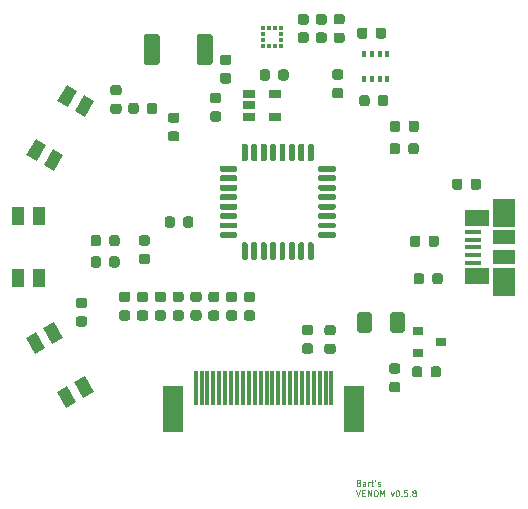
<source format=gbr>
G04 #@! TF.GenerationSoftware,KiCad,Pcbnew,5.1.8-1.fc33*
G04 #@! TF.CreationDate,2020-12-20T15:22:41+01:00*
G04 #@! TF.ProjectId,venom,76656e6f-6d2e-46b6-9963-61645f706362,rev?*
G04 #@! TF.SameCoordinates,Original*
G04 #@! TF.FileFunction,Paste,Top*
G04 #@! TF.FilePolarity,Positive*
%FSLAX46Y46*%
G04 Gerber Fmt 4.6, Leading zero omitted, Abs format (unit mm)*
G04 Created by KiCad (PCBNEW 5.1.8-1.fc33) date 2020-12-20 15:22:41*
%MOMM*%
%LPD*%
G01*
G04 APERTURE LIST*
%ADD10C,0.125000*%
%ADD11R,0.350000X0.500000*%
%ADD12R,1.800000X4.000000*%
%ADD13R,0.300000X3.000000*%
%ADD14C,0.100000*%
%ADD15R,0.900000X0.800000*%
%ADD16R,1.000000X1.550000*%
%ADD17R,1.060000X0.650000*%
%ADD18R,1.380000X0.450000*%
%ADD19R,2.100000X1.475000*%
%ADD20R,1.900000X2.375000*%
%ADD21R,1.900000X1.175000*%
%ADD22R,0.375000X0.350000*%
%ADD23R,0.350000X0.375000*%
G04 APERTURE END LIST*
D10*
X167580476Y-138716785D02*
X167651904Y-138740595D01*
X167675714Y-138764404D01*
X167699523Y-138812023D01*
X167699523Y-138883452D01*
X167675714Y-138931071D01*
X167651904Y-138954880D01*
X167604285Y-138978690D01*
X167413809Y-138978690D01*
X167413809Y-138478690D01*
X167580476Y-138478690D01*
X167628095Y-138502500D01*
X167651904Y-138526309D01*
X167675714Y-138573928D01*
X167675714Y-138621547D01*
X167651904Y-138669166D01*
X167628095Y-138692976D01*
X167580476Y-138716785D01*
X167413809Y-138716785D01*
X168128095Y-138978690D02*
X168128095Y-138716785D01*
X168104285Y-138669166D01*
X168056666Y-138645357D01*
X167961428Y-138645357D01*
X167913809Y-138669166D01*
X168128095Y-138954880D02*
X168080476Y-138978690D01*
X167961428Y-138978690D01*
X167913809Y-138954880D01*
X167890000Y-138907261D01*
X167890000Y-138859642D01*
X167913809Y-138812023D01*
X167961428Y-138788214D01*
X168080476Y-138788214D01*
X168128095Y-138764404D01*
X168366190Y-138978690D02*
X168366190Y-138645357D01*
X168366190Y-138740595D02*
X168390000Y-138692976D01*
X168413809Y-138669166D01*
X168461428Y-138645357D01*
X168509047Y-138645357D01*
X168604285Y-138645357D02*
X168794761Y-138645357D01*
X168675714Y-138478690D02*
X168675714Y-138907261D01*
X168699523Y-138954880D01*
X168747142Y-138978690D01*
X168794761Y-138978690D01*
X168985238Y-138478690D02*
X168937619Y-138573928D01*
X169175714Y-138954880D02*
X169223333Y-138978690D01*
X169318571Y-138978690D01*
X169366190Y-138954880D01*
X169390000Y-138907261D01*
X169390000Y-138883452D01*
X169366190Y-138835833D01*
X169318571Y-138812023D01*
X169247142Y-138812023D01*
X169199523Y-138788214D01*
X169175714Y-138740595D01*
X169175714Y-138716785D01*
X169199523Y-138669166D01*
X169247142Y-138645357D01*
X169318571Y-138645357D01*
X169366190Y-138669166D01*
X167378095Y-139353690D02*
X167544761Y-139853690D01*
X167711428Y-139353690D01*
X167878095Y-139591785D02*
X168044761Y-139591785D01*
X168116190Y-139853690D02*
X167878095Y-139853690D01*
X167878095Y-139353690D01*
X168116190Y-139353690D01*
X168330476Y-139853690D02*
X168330476Y-139353690D01*
X168616190Y-139853690D01*
X168616190Y-139353690D01*
X168949523Y-139353690D02*
X169044761Y-139353690D01*
X169092380Y-139377500D01*
X169140000Y-139425119D01*
X169163809Y-139520357D01*
X169163809Y-139687023D01*
X169140000Y-139782261D01*
X169092380Y-139829880D01*
X169044761Y-139853690D01*
X168949523Y-139853690D01*
X168901904Y-139829880D01*
X168854285Y-139782261D01*
X168830476Y-139687023D01*
X168830476Y-139520357D01*
X168854285Y-139425119D01*
X168901904Y-139377500D01*
X168949523Y-139353690D01*
X169378095Y-139853690D02*
X169378095Y-139353690D01*
X169544761Y-139710833D01*
X169711428Y-139353690D01*
X169711428Y-139853690D01*
X170282857Y-139520357D02*
X170401904Y-139853690D01*
X170520952Y-139520357D01*
X170806666Y-139353690D02*
X170854285Y-139353690D01*
X170901904Y-139377500D01*
X170925714Y-139401309D01*
X170949523Y-139448928D01*
X170973333Y-139544166D01*
X170973333Y-139663214D01*
X170949523Y-139758452D01*
X170925714Y-139806071D01*
X170901904Y-139829880D01*
X170854285Y-139853690D01*
X170806666Y-139853690D01*
X170759047Y-139829880D01*
X170735238Y-139806071D01*
X170711428Y-139758452D01*
X170687619Y-139663214D01*
X170687619Y-139544166D01*
X170711428Y-139448928D01*
X170735238Y-139401309D01*
X170759047Y-139377500D01*
X170806666Y-139353690D01*
X171187619Y-139806071D02*
X171211428Y-139829880D01*
X171187619Y-139853690D01*
X171163809Y-139829880D01*
X171187619Y-139806071D01*
X171187619Y-139853690D01*
X171663809Y-139353690D02*
X171425714Y-139353690D01*
X171401904Y-139591785D01*
X171425714Y-139567976D01*
X171473333Y-139544166D01*
X171592380Y-139544166D01*
X171640000Y-139567976D01*
X171663809Y-139591785D01*
X171687619Y-139639404D01*
X171687619Y-139758452D01*
X171663809Y-139806071D01*
X171640000Y-139829880D01*
X171592380Y-139853690D01*
X171473333Y-139853690D01*
X171425714Y-139829880D01*
X171401904Y-139806071D01*
X171901904Y-139806071D02*
X171925714Y-139829880D01*
X171901904Y-139853690D01*
X171878095Y-139829880D01*
X171901904Y-139806071D01*
X171901904Y-139853690D01*
X172211428Y-139567976D02*
X172163809Y-139544166D01*
X172140000Y-139520357D01*
X172116190Y-139472738D01*
X172116190Y-139448928D01*
X172140000Y-139401309D01*
X172163809Y-139377500D01*
X172211428Y-139353690D01*
X172306666Y-139353690D01*
X172354285Y-139377500D01*
X172378095Y-139401309D01*
X172401904Y-139448928D01*
X172401904Y-139472738D01*
X172378095Y-139520357D01*
X172354285Y-139544166D01*
X172306666Y-139567976D01*
X172211428Y-139567976D01*
X172163809Y-139591785D01*
X172140000Y-139615595D01*
X172116190Y-139663214D01*
X172116190Y-139758452D01*
X172140000Y-139806071D01*
X172163809Y-139829880D01*
X172211428Y-139853690D01*
X172306666Y-139853690D01*
X172354285Y-139829880D01*
X172378095Y-139806071D01*
X172401904Y-139758452D01*
X172401904Y-139663214D01*
X172378095Y-139615595D01*
X172354285Y-139591785D01*
X172306666Y-139567976D01*
D11*
X168045000Y-104505000D03*
X168695000Y-104505000D03*
X169345000Y-104505000D03*
X169995000Y-104505000D03*
X169995000Y-102455000D03*
X169345000Y-102455000D03*
X168695000Y-102455000D03*
X168045000Y-102455000D03*
D12*
X167160000Y-132510000D03*
X151860000Y-132510000D03*
D13*
X153760000Y-130710000D03*
X154260000Y-130710000D03*
X154760000Y-130710000D03*
X155260000Y-130710000D03*
X155760000Y-130710000D03*
X156260000Y-130710000D03*
X156760000Y-130710000D03*
X157260000Y-130710000D03*
X157760000Y-130710000D03*
X158260000Y-130710000D03*
X158760000Y-130710000D03*
X159260000Y-130710000D03*
X159760000Y-130710000D03*
X160260000Y-130710000D03*
X160760000Y-130710000D03*
X161260000Y-130710000D03*
X161760000Y-130710000D03*
X162260000Y-130710000D03*
X162760000Y-130710000D03*
X163260000Y-130710000D03*
X163760000Y-130710000D03*
X164260000Y-130710000D03*
X164760000Y-130710000D03*
X165260000Y-130710000D03*
D14*
G36*
X140863109Y-125640513D02*
G01*
X141729135Y-125140513D01*
X142504135Y-126482853D01*
X141638109Y-126982853D01*
X140863109Y-125640513D01*
G37*
G36*
X143488109Y-130187147D02*
G01*
X144354135Y-129687147D01*
X145129135Y-131029487D01*
X144263109Y-131529487D01*
X143488109Y-130187147D01*
G37*
G36*
X142015865Y-131037147D02*
G01*
X142881891Y-130537147D01*
X143656891Y-131879487D01*
X142790865Y-132379487D01*
X142015865Y-131037147D01*
G37*
G36*
X139390865Y-126490513D02*
G01*
X140256891Y-125990513D01*
X141031891Y-127332853D01*
X140165865Y-127832853D01*
X139390865Y-126490513D01*
G37*
G36*
G01*
X155215000Y-100964999D02*
X155215000Y-103115001D01*
G75*
G02*
X154965001Y-103365000I-249999J0D01*
G01*
X154114999Y-103365000D01*
G75*
G02*
X153865000Y-103115001I0J249999D01*
G01*
X153865000Y-100964999D01*
G75*
G02*
X154114999Y-100715000I249999J0D01*
G01*
X154965001Y-100715000D01*
G75*
G02*
X155215000Y-100964999I0J-249999D01*
G01*
G37*
G36*
G01*
X150715000Y-100964999D02*
X150715000Y-103115001D01*
G75*
G02*
X150465001Y-103365000I-249999J0D01*
G01*
X149614999Y-103365000D01*
G75*
G02*
X149365000Y-103115001I0J249999D01*
G01*
X149365000Y-100964999D01*
G75*
G02*
X149614999Y-100715000I249999J0D01*
G01*
X150465001Y-100715000D01*
G75*
G02*
X150715000Y-100964999I0J-249999D01*
G01*
G37*
G36*
G01*
X168306000Y-100403750D02*
X168306000Y-100916250D01*
G75*
G02*
X168087250Y-101135000I-218750J0D01*
G01*
X167649750Y-101135000D01*
G75*
G02*
X167431000Y-100916250I0J218750D01*
G01*
X167431000Y-100403750D01*
G75*
G02*
X167649750Y-100185000I218750J0D01*
G01*
X168087250Y-100185000D01*
G75*
G02*
X168306000Y-100403750I0J-218750D01*
G01*
G37*
G36*
G01*
X169881000Y-100403750D02*
X169881000Y-100916250D01*
G75*
G02*
X169662250Y-101135000I-218750J0D01*
G01*
X169224750Y-101135000D01*
G75*
G02*
X169006000Y-100916250I0J218750D01*
G01*
X169006000Y-100403750D01*
G75*
G02*
X169224750Y-100185000I218750J0D01*
G01*
X169662250Y-100185000D01*
G75*
G02*
X169881000Y-100403750I0J-218750D01*
G01*
G37*
G36*
G01*
X166166250Y-101485000D02*
X165653750Y-101485000D01*
G75*
G02*
X165435000Y-101266250I0J218750D01*
G01*
X165435000Y-100828750D01*
G75*
G02*
X165653750Y-100610000I218750J0D01*
G01*
X166166250Y-100610000D01*
G75*
G02*
X166385000Y-100828750I0J-218750D01*
G01*
X166385000Y-101266250D01*
G75*
G02*
X166166250Y-101485000I-218750J0D01*
G01*
G37*
G36*
G01*
X166166250Y-99910000D02*
X165653750Y-99910000D01*
G75*
G02*
X165435000Y-99691250I0J218750D01*
G01*
X165435000Y-99253750D01*
G75*
G02*
X165653750Y-99035000I218750J0D01*
G01*
X166166250Y-99035000D01*
G75*
G02*
X166385000Y-99253750I0J-218750D01*
G01*
X166385000Y-99691250D01*
G75*
G02*
X166166250Y-99910000I-218750J0D01*
G01*
G37*
G36*
G01*
X170195000Y-110696250D02*
X170195000Y-110183750D01*
G75*
G02*
X170413750Y-109965000I218750J0D01*
G01*
X170851250Y-109965000D01*
G75*
G02*
X171070000Y-110183750I0J-218750D01*
G01*
X171070000Y-110696250D01*
G75*
G02*
X170851250Y-110915000I-218750J0D01*
G01*
X170413750Y-110915000D01*
G75*
G02*
X170195000Y-110696250I0J218750D01*
G01*
G37*
G36*
G01*
X171770000Y-110696250D02*
X171770000Y-110183750D01*
G75*
G02*
X171988750Y-109965000I218750J0D01*
G01*
X172426250Y-109965000D01*
G75*
G02*
X172645000Y-110183750I0J-218750D01*
G01*
X172645000Y-110696250D01*
G75*
G02*
X172426250Y-110915000I-218750J0D01*
G01*
X171988750Y-110915000D01*
G75*
G02*
X171770000Y-110696250I0J218750D01*
G01*
G37*
G36*
G01*
X171790000Y-108806250D02*
X171790000Y-108293750D01*
G75*
G02*
X172008750Y-108075000I218750J0D01*
G01*
X172446250Y-108075000D01*
G75*
G02*
X172665000Y-108293750I0J-218750D01*
G01*
X172665000Y-108806250D01*
G75*
G02*
X172446250Y-109025000I-218750J0D01*
G01*
X172008750Y-109025000D01*
G75*
G02*
X171790000Y-108806250I0J218750D01*
G01*
G37*
G36*
G01*
X170215000Y-108806250D02*
X170215000Y-108293750D01*
G75*
G02*
X170433750Y-108075000I218750J0D01*
G01*
X170871250Y-108075000D01*
G75*
G02*
X171090000Y-108293750I0J-218750D01*
G01*
X171090000Y-108806250D01*
G75*
G02*
X170871250Y-109025000I-218750J0D01*
G01*
X170433750Y-109025000D01*
G75*
G02*
X170215000Y-108806250I0J218750D01*
G01*
G37*
G36*
G01*
X173480000Y-118536250D02*
X173480000Y-118023750D01*
G75*
G02*
X173698750Y-117805000I218750J0D01*
G01*
X174136250Y-117805000D01*
G75*
G02*
X174355000Y-118023750I0J-218750D01*
G01*
X174355000Y-118536250D01*
G75*
G02*
X174136250Y-118755000I-218750J0D01*
G01*
X173698750Y-118755000D01*
G75*
G02*
X173480000Y-118536250I0J218750D01*
G01*
G37*
G36*
G01*
X171905000Y-118536250D02*
X171905000Y-118023750D01*
G75*
G02*
X172123750Y-117805000I218750J0D01*
G01*
X172561250Y-117805000D01*
G75*
G02*
X172780000Y-118023750I0J-218750D01*
G01*
X172780000Y-118536250D01*
G75*
G02*
X172561250Y-118755000I-218750J0D01*
G01*
X172123750Y-118755000D01*
G75*
G02*
X171905000Y-118536250I0J218750D01*
G01*
G37*
G36*
G01*
X165396250Y-127825000D02*
X164883750Y-127825000D01*
G75*
G02*
X164665000Y-127606250I0J218750D01*
G01*
X164665000Y-127168750D01*
G75*
G02*
X164883750Y-126950000I218750J0D01*
G01*
X165396250Y-126950000D01*
G75*
G02*
X165615000Y-127168750I0J-218750D01*
G01*
X165615000Y-127606250D01*
G75*
G02*
X165396250Y-127825000I-218750J0D01*
G01*
G37*
G36*
G01*
X165396250Y-126250000D02*
X164883750Y-126250000D01*
G75*
G02*
X164665000Y-126031250I0J218750D01*
G01*
X164665000Y-125593750D01*
G75*
G02*
X164883750Y-125375000I218750J0D01*
G01*
X165396250Y-125375000D01*
G75*
G02*
X165615000Y-125593750I0J-218750D01*
G01*
X165615000Y-126031250D01*
G75*
G02*
X165396250Y-126250000I-218750J0D01*
G01*
G37*
G36*
G01*
X163486250Y-127805000D02*
X162973750Y-127805000D01*
G75*
G02*
X162755000Y-127586250I0J218750D01*
G01*
X162755000Y-127148750D01*
G75*
G02*
X162973750Y-126930000I218750J0D01*
G01*
X163486250Y-126930000D01*
G75*
G02*
X163705000Y-127148750I0J-218750D01*
G01*
X163705000Y-127586250D01*
G75*
G02*
X163486250Y-127805000I-218750J0D01*
G01*
G37*
G36*
G01*
X163486250Y-126230000D02*
X162973750Y-126230000D01*
G75*
G02*
X162755000Y-126011250I0J218750D01*
G01*
X162755000Y-125573750D01*
G75*
G02*
X162973750Y-125355000I218750J0D01*
G01*
X163486250Y-125355000D01*
G75*
G02*
X163705000Y-125573750I0J-218750D01*
G01*
X163705000Y-126011250D01*
G75*
G02*
X163486250Y-126230000I-218750J0D01*
G01*
G37*
G36*
G01*
X158576250Y-123430000D02*
X158063750Y-123430000D01*
G75*
G02*
X157845000Y-123211250I0J218750D01*
G01*
X157845000Y-122773750D01*
G75*
G02*
X158063750Y-122555000I218750J0D01*
G01*
X158576250Y-122555000D01*
G75*
G02*
X158795000Y-122773750I0J-218750D01*
G01*
X158795000Y-123211250D01*
G75*
G02*
X158576250Y-123430000I-218750J0D01*
G01*
G37*
G36*
G01*
X158576250Y-125005000D02*
X158063750Y-125005000D01*
G75*
G02*
X157845000Y-124786250I0J218750D01*
G01*
X157845000Y-124348750D01*
G75*
G02*
X158063750Y-124130000I218750J0D01*
G01*
X158576250Y-124130000D01*
G75*
G02*
X158795000Y-124348750I0J-218750D01*
G01*
X158795000Y-124786250D01*
G75*
G02*
X158576250Y-125005000I-218750J0D01*
G01*
G37*
G36*
G01*
X157066250Y-123430000D02*
X156553750Y-123430000D01*
G75*
G02*
X156335000Y-123211250I0J218750D01*
G01*
X156335000Y-122773750D01*
G75*
G02*
X156553750Y-122555000I218750J0D01*
G01*
X157066250Y-122555000D01*
G75*
G02*
X157285000Y-122773750I0J-218750D01*
G01*
X157285000Y-123211250D01*
G75*
G02*
X157066250Y-123430000I-218750J0D01*
G01*
G37*
G36*
G01*
X157066250Y-125005000D02*
X156553750Y-125005000D01*
G75*
G02*
X156335000Y-124786250I0J218750D01*
G01*
X156335000Y-124348750D01*
G75*
G02*
X156553750Y-124130000I218750J0D01*
G01*
X157066250Y-124130000D01*
G75*
G02*
X157285000Y-124348750I0J-218750D01*
G01*
X157285000Y-124786250D01*
G75*
G02*
X157066250Y-125005000I-218750J0D01*
G01*
G37*
G36*
G01*
X155556250Y-125005000D02*
X155043750Y-125005000D01*
G75*
G02*
X154825000Y-124786250I0J218750D01*
G01*
X154825000Y-124348750D01*
G75*
G02*
X155043750Y-124130000I218750J0D01*
G01*
X155556250Y-124130000D01*
G75*
G02*
X155775000Y-124348750I0J-218750D01*
G01*
X155775000Y-124786250D01*
G75*
G02*
X155556250Y-125005000I-218750J0D01*
G01*
G37*
G36*
G01*
X155556250Y-123430000D02*
X155043750Y-123430000D01*
G75*
G02*
X154825000Y-123211250I0J218750D01*
G01*
X154825000Y-122773750D01*
G75*
G02*
X155043750Y-122555000I218750J0D01*
G01*
X155556250Y-122555000D01*
G75*
G02*
X155775000Y-122773750I0J-218750D01*
G01*
X155775000Y-123211250D01*
G75*
G02*
X155556250Y-123430000I-218750J0D01*
G01*
G37*
G36*
G01*
X154046250Y-124995000D02*
X153533750Y-124995000D01*
G75*
G02*
X153315000Y-124776250I0J218750D01*
G01*
X153315000Y-124338750D01*
G75*
G02*
X153533750Y-124120000I218750J0D01*
G01*
X154046250Y-124120000D01*
G75*
G02*
X154265000Y-124338750I0J-218750D01*
G01*
X154265000Y-124776250D01*
G75*
G02*
X154046250Y-124995000I-218750J0D01*
G01*
G37*
G36*
G01*
X154046250Y-123420000D02*
X153533750Y-123420000D01*
G75*
G02*
X153315000Y-123201250I0J218750D01*
G01*
X153315000Y-122763750D01*
G75*
G02*
X153533750Y-122545000I218750J0D01*
G01*
X154046250Y-122545000D01*
G75*
G02*
X154265000Y-122763750I0J-218750D01*
G01*
X154265000Y-123201250D01*
G75*
G02*
X154046250Y-123420000I-218750J0D01*
G01*
G37*
G36*
G01*
X152536250Y-123420000D02*
X152023750Y-123420000D01*
G75*
G02*
X151805000Y-123201250I0J218750D01*
G01*
X151805000Y-122763750D01*
G75*
G02*
X152023750Y-122545000I218750J0D01*
G01*
X152536250Y-122545000D01*
G75*
G02*
X152755000Y-122763750I0J-218750D01*
G01*
X152755000Y-123201250D01*
G75*
G02*
X152536250Y-123420000I-218750J0D01*
G01*
G37*
G36*
G01*
X152536250Y-124995000D02*
X152023750Y-124995000D01*
G75*
G02*
X151805000Y-124776250I0J218750D01*
G01*
X151805000Y-124338750D01*
G75*
G02*
X152023750Y-124120000I218750J0D01*
G01*
X152536250Y-124120000D01*
G75*
G02*
X152755000Y-124338750I0J-218750D01*
G01*
X152755000Y-124776250D01*
G75*
G02*
X152536250Y-124995000I-218750J0D01*
G01*
G37*
G36*
G01*
X151026250Y-124995000D02*
X150513750Y-124995000D01*
G75*
G02*
X150295000Y-124776250I0J218750D01*
G01*
X150295000Y-124338750D01*
G75*
G02*
X150513750Y-124120000I218750J0D01*
G01*
X151026250Y-124120000D01*
G75*
G02*
X151245000Y-124338750I0J-218750D01*
G01*
X151245000Y-124776250D01*
G75*
G02*
X151026250Y-124995000I-218750J0D01*
G01*
G37*
G36*
G01*
X151026250Y-123420000D02*
X150513750Y-123420000D01*
G75*
G02*
X150295000Y-123201250I0J218750D01*
G01*
X150295000Y-122763750D01*
G75*
G02*
X150513750Y-122545000I218750J0D01*
G01*
X151026250Y-122545000D01*
G75*
G02*
X151245000Y-122763750I0J-218750D01*
G01*
X151245000Y-123201250D01*
G75*
G02*
X151026250Y-123420000I-218750J0D01*
G01*
G37*
G36*
G01*
X149516250Y-123420000D02*
X149003750Y-123420000D01*
G75*
G02*
X148785000Y-123201250I0J218750D01*
G01*
X148785000Y-122763750D01*
G75*
G02*
X149003750Y-122545000I218750J0D01*
G01*
X149516250Y-122545000D01*
G75*
G02*
X149735000Y-122763750I0J-218750D01*
G01*
X149735000Y-123201250D01*
G75*
G02*
X149516250Y-123420000I-218750J0D01*
G01*
G37*
G36*
G01*
X149516250Y-124995000D02*
X149003750Y-124995000D01*
G75*
G02*
X148785000Y-124776250I0J218750D01*
G01*
X148785000Y-124338750D01*
G75*
G02*
X149003750Y-124120000I218750J0D01*
G01*
X149516250Y-124120000D01*
G75*
G02*
X149735000Y-124338750I0J-218750D01*
G01*
X149735000Y-124776250D01*
G75*
G02*
X149516250Y-124995000I-218750J0D01*
G01*
G37*
G36*
G01*
X148006250Y-123420000D02*
X147493750Y-123420000D01*
G75*
G02*
X147275000Y-123201250I0J218750D01*
G01*
X147275000Y-122763750D01*
G75*
G02*
X147493750Y-122545000I218750J0D01*
G01*
X148006250Y-122545000D01*
G75*
G02*
X148225000Y-122763750I0J-218750D01*
G01*
X148225000Y-123201250D01*
G75*
G02*
X148006250Y-123420000I-218750J0D01*
G01*
G37*
G36*
G01*
X148006250Y-124995000D02*
X147493750Y-124995000D01*
G75*
G02*
X147275000Y-124776250I0J218750D01*
G01*
X147275000Y-124338750D01*
G75*
G02*
X147493750Y-124120000I218750J0D01*
G01*
X148006250Y-124120000D01*
G75*
G02*
X148225000Y-124338750I0J-218750D01*
G01*
X148225000Y-124776250D01*
G75*
G02*
X148006250Y-124995000I-218750J0D01*
G01*
G37*
G36*
G01*
X155191750Y-107284000D02*
X155704250Y-107284000D01*
G75*
G02*
X155923000Y-107502750I0J-218750D01*
G01*
X155923000Y-107940250D01*
G75*
G02*
X155704250Y-108159000I-218750J0D01*
G01*
X155191750Y-108159000D01*
G75*
G02*
X154973000Y-107940250I0J218750D01*
G01*
X154973000Y-107502750D01*
G75*
G02*
X155191750Y-107284000I218750J0D01*
G01*
G37*
G36*
G01*
X155191750Y-105709000D02*
X155704250Y-105709000D01*
G75*
G02*
X155923000Y-105927750I0J-218750D01*
G01*
X155923000Y-106365250D01*
G75*
G02*
X155704250Y-106584000I-218750J0D01*
G01*
X155191750Y-106584000D01*
G75*
G02*
X154973000Y-106365250I0J218750D01*
G01*
X154973000Y-105927750D01*
G75*
G02*
X155191750Y-105709000I218750J0D01*
G01*
G37*
G36*
G01*
X161626000Y-103942170D02*
X161626000Y-104454670D01*
G75*
G02*
X161407250Y-104673420I-218750J0D01*
G01*
X160969750Y-104673420D01*
G75*
G02*
X160751000Y-104454670I0J218750D01*
G01*
X160751000Y-103942170D01*
G75*
G02*
X160969750Y-103723420I218750J0D01*
G01*
X161407250Y-103723420D01*
G75*
G02*
X161626000Y-103942170I0J-218750D01*
G01*
G37*
G36*
G01*
X160051000Y-103942170D02*
X160051000Y-104454670D01*
G75*
G02*
X159832250Y-104673420I-218750J0D01*
G01*
X159394750Y-104673420D01*
G75*
G02*
X159176000Y-104454670I0J218750D01*
G01*
X159176000Y-103942170D01*
G75*
G02*
X159394750Y-103723420I218750J0D01*
G01*
X159832250Y-103723420D01*
G75*
G02*
X160051000Y-103942170I0J-218750D01*
G01*
G37*
D15*
X172548040Y-125844260D03*
X172548040Y-127744260D03*
X174548040Y-126794260D03*
G36*
G01*
X151635750Y-107377500D02*
X152148250Y-107377500D01*
G75*
G02*
X152367000Y-107596250I0J-218750D01*
G01*
X152367000Y-108033750D01*
G75*
G02*
X152148250Y-108252500I-218750J0D01*
G01*
X151635750Y-108252500D01*
G75*
G02*
X151417000Y-108033750I0J218750D01*
G01*
X151417000Y-107596250D01*
G75*
G02*
X151635750Y-107377500I218750J0D01*
G01*
G37*
G36*
G01*
X151635750Y-108952500D02*
X152148250Y-108952500D01*
G75*
G02*
X152367000Y-109171250I0J-218750D01*
G01*
X152367000Y-109608750D01*
G75*
G02*
X152148250Y-109827500I-218750J0D01*
G01*
X151635750Y-109827500D01*
G75*
G02*
X151417000Y-109608750I0J218750D01*
G01*
X151417000Y-109171250D01*
G75*
G02*
X151635750Y-108952500I218750J0D01*
G01*
G37*
G36*
G01*
X168480000Y-106113750D02*
X168480000Y-106626250D01*
G75*
G02*
X168261250Y-106845000I-218750J0D01*
G01*
X167823750Y-106845000D01*
G75*
G02*
X167605000Y-106626250I0J218750D01*
G01*
X167605000Y-106113750D01*
G75*
G02*
X167823750Y-105895000I218750J0D01*
G01*
X168261250Y-105895000D01*
G75*
G02*
X168480000Y-106113750I0J-218750D01*
G01*
G37*
G36*
G01*
X170055000Y-106113750D02*
X170055000Y-106626250D01*
G75*
G02*
X169836250Y-106845000I-218750J0D01*
G01*
X169398750Y-106845000D01*
G75*
G02*
X169180000Y-106626250I0J218750D01*
G01*
X169180000Y-106113750D01*
G75*
G02*
X169398750Y-105895000I218750J0D01*
G01*
X169836250Y-105895000D01*
G75*
G02*
X170055000Y-106113750I0J-218750D01*
G01*
G37*
G36*
G01*
X166046250Y-106165000D02*
X165533750Y-106165000D01*
G75*
G02*
X165315000Y-105946250I0J218750D01*
G01*
X165315000Y-105508750D01*
G75*
G02*
X165533750Y-105290000I218750J0D01*
G01*
X166046250Y-105290000D01*
G75*
G02*
X166265000Y-105508750I0J-218750D01*
G01*
X166265000Y-105946250D01*
G75*
G02*
X166046250Y-106165000I-218750J0D01*
G01*
G37*
G36*
G01*
X166046250Y-104590000D02*
X165533750Y-104590000D01*
G75*
G02*
X165315000Y-104371250I0J218750D01*
G01*
X165315000Y-103933750D01*
G75*
G02*
X165533750Y-103715000I218750J0D01*
G01*
X166046250Y-103715000D01*
G75*
G02*
X166265000Y-103933750I0J-218750D01*
G01*
X166265000Y-104371250D01*
G75*
G02*
X166046250Y-104590000I-218750J0D01*
G01*
G37*
G36*
G01*
X170360630Y-128614720D02*
X170873130Y-128614720D01*
G75*
G02*
X171091880Y-128833470I0J-218750D01*
G01*
X171091880Y-129270970D01*
G75*
G02*
X170873130Y-129489720I-218750J0D01*
G01*
X170360630Y-129489720D01*
G75*
G02*
X170141880Y-129270970I0J218750D01*
G01*
X170141880Y-128833470D01*
G75*
G02*
X170360630Y-128614720I218750J0D01*
G01*
G37*
G36*
G01*
X170360630Y-130189720D02*
X170873130Y-130189720D01*
G75*
G02*
X171091880Y-130408470I0J-218750D01*
G01*
X171091880Y-130845970D01*
G75*
G02*
X170873130Y-131064720I-218750J0D01*
G01*
X170360630Y-131064720D01*
G75*
G02*
X170141880Y-130845970I0J218750D01*
G01*
X170141880Y-130408470D01*
G75*
G02*
X170360630Y-130189720I218750J0D01*
G01*
G37*
G36*
G01*
X173654200Y-129587970D02*
X173654200Y-129075470D01*
G75*
G02*
X173872950Y-128856720I218750J0D01*
G01*
X174310450Y-128856720D01*
G75*
G02*
X174529200Y-129075470I0J-218750D01*
G01*
X174529200Y-129587970D01*
G75*
G02*
X174310450Y-129806720I-218750J0D01*
G01*
X173872950Y-129806720D01*
G75*
G02*
X173654200Y-129587970I0J218750D01*
G01*
G37*
G36*
G01*
X172079200Y-129587970D02*
X172079200Y-129075470D01*
G75*
G02*
X172297950Y-128856720I218750J0D01*
G01*
X172735450Y-128856720D01*
G75*
G02*
X172954200Y-129075470I0J-218750D01*
G01*
X172954200Y-129587970D01*
G75*
G02*
X172735450Y-129806720I-218750J0D01*
G01*
X172297950Y-129806720D01*
G75*
G02*
X172079200Y-129587970I0J218750D01*
G01*
G37*
D14*
G36*
X144303109Y-105930513D02*
G01*
X145169135Y-106430513D01*
X144394135Y-107772853D01*
X143528109Y-107272853D01*
X144303109Y-105930513D01*
G37*
G36*
X141678109Y-110477147D02*
G01*
X142544135Y-110977147D01*
X141769135Y-112319487D01*
X140903109Y-111819487D01*
X141678109Y-110477147D01*
G37*
G36*
X140205865Y-109627147D02*
G01*
X141071891Y-110127147D01*
X140296891Y-111469487D01*
X139430865Y-110969487D01*
X140205865Y-109627147D01*
G37*
G36*
X142830865Y-105080513D02*
G01*
X143696891Y-105580513D01*
X142921891Y-106922853D01*
X142055865Y-106422853D01*
X142830865Y-105080513D01*
G37*
D16*
X138760000Y-116155000D03*
X138760000Y-121405000D03*
X140460000Y-121405000D03*
X140460000Y-116155000D03*
D17*
X158310000Y-105830000D03*
X158310000Y-106780000D03*
X158310000Y-107730000D03*
X160510000Y-107730000D03*
X160510000Y-105830000D03*
D18*
X177210000Y-120080000D03*
X177210000Y-119430000D03*
X177210000Y-118780000D03*
X177210000Y-118130000D03*
X177210000Y-117480000D03*
D19*
X177570000Y-121242500D03*
X177570000Y-116317500D03*
D20*
X179870000Y-121690000D03*
X179870000Y-115870000D03*
D21*
X179870000Y-119620000D03*
X179870000Y-117940000D03*
G36*
G01*
X173100000Y-121193750D02*
X173100000Y-121706250D01*
G75*
G02*
X172881250Y-121925000I-218750J0D01*
G01*
X172443750Y-121925000D01*
G75*
G02*
X172225000Y-121706250I0J218750D01*
G01*
X172225000Y-121193750D01*
G75*
G02*
X172443750Y-120975000I218750J0D01*
G01*
X172881250Y-120975000D01*
G75*
G02*
X173100000Y-121193750I0J-218750D01*
G01*
G37*
G36*
G01*
X174675000Y-121193750D02*
X174675000Y-121706250D01*
G75*
G02*
X174456250Y-121925000I-218750J0D01*
G01*
X174018750Y-121925000D01*
G75*
G02*
X173800000Y-121706250I0J218750D01*
G01*
X173800000Y-121193750D01*
G75*
G02*
X174018750Y-120975000I218750J0D01*
G01*
X174456250Y-120975000D01*
G75*
G02*
X174675000Y-121193750I0J-218750D01*
G01*
G37*
G36*
G01*
X153575000Y-116393750D02*
X153575000Y-116906250D01*
G75*
G02*
X153356250Y-117125000I-218750J0D01*
G01*
X152918750Y-117125000D01*
G75*
G02*
X152700000Y-116906250I0J218750D01*
G01*
X152700000Y-116393750D01*
G75*
G02*
X152918750Y-116175000I218750J0D01*
G01*
X153356250Y-116175000D01*
G75*
G02*
X153575000Y-116393750I0J-218750D01*
G01*
G37*
G36*
G01*
X152000000Y-116393750D02*
X152000000Y-116906250D01*
G75*
G02*
X151781250Y-117125000I-218750J0D01*
G01*
X151343750Y-117125000D01*
G75*
G02*
X151125000Y-116906250I0J218750D01*
G01*
X151125000Y-116393750D01*
G75*
G02*
X151343750Y-116175000I218750J0D01*
G01*
X151781250Y-116175000D01*
G75*
G02*
X152000000Y-116393750I0J-218750D01*
G01*
G37*
G36*
G01*
X163385000Y-110015000D02*
X163635000Y-110015000D01*
G75*
G02*
X163760000Y-110140000I0J-125000D01*
G01*
X163760000Y-111390000D01*
G75*
G02*
X163635000Y-111515000I-125000J0D01*
G01*
X163385000Y-111515000D01*
G75*
G02*
X163260000Y-111390000I0J125000D01*
G01*
X163260000Y-110140000D01*
G75*
G02*
X163385000Y-110015000I125000J0D01*
G01*
G37*
G36*
G01*
X162585000Y-110015000D02*
X162835000Y-110015000D01*
G75*
G02*
X162960000Y-110140000I0J-125000D01*
G01*
X162960000Y-111390000D01*
G75*
G02*
X162835000Y-111515000I-125000J0D01*
G01*
X162585000Y-111515000D01*
G75*
G02*
X162460000Y-111390000I0J125000D01*
G01*
X162460000Y-110140000D01*
G75*
G02*
X162585000Y-110015000I125000J0D01*
G01*
G37*
G36*
G01*
X161785000Y-110015000D02*
X162035000Y-110015000D01*
G75*
G02*
X162160000Y-110140000I0J-125000D01*
G01*
X162160000Y-111390000D01*
G75*
G02*
X162035000Y-111515000I-125000J0D01*
G01*
X161785000Y-111515000D01*
G75*
G02*
X161660000Y-111390000I0J125000D01*
G01*
X161660000Y-110140000D01*
G75*
G02*
X161785000Y-110015000I125000J0D01*
G01*
G37*
G36*
G01*
X160985000Y-110015000D02*
X161235000Y-110015000D01*
G75*
G02*
X161360000Y-110140000I0J-125000D01*
G01*
X161360000Y-111390000D01*
G75*
G02*
X161235000Y-111515000I-125000J0D01*
G01*
X160985000Y-111515000D01*
G75*
G02*
X160860000Y-111390000I0J125000D01*
G01*
X160860000Y-110140000D01*
G75*
G02*
X160985000Y-110015000I125000J0D01*
G01*
G37*
G36*
G01*
X160185000Y-110015000D02*
X160435000Y-110015000D01*
G75*
G02*
X160560000Y-110140000I0J-125000D01*
G01*
X160560000Y-111390000D01*
G75*
G02*
X160435000Y-111515000I-125000J0D01*
G01*
X160185000Y-111515000D01*
G75*
G02*
X160060000Y-111390000I0J125000D01*
G01*
X160060000Y-110140000D01*
G75*
G02*
X160185000Y-110015000I125000J0D01*
G01*
G37*
G36*
G01*
X159385000Y-110015000D02*
X159635000Y-110015000D01*
G75*
G02*
X159760000Y-110140000I0J-125000D01*
G01*
X159760000Y-111390000D01*
G75*
G02*
X159635000Y-111515000I-125000J0D01*
G01*
X159385000Y-111515000D01*
G75*
G02*
X159260000Y-111390000I0J125000D01*
G01*
X159260000Y-110140000D01*
G75*
G02*
X159385000Y-110015000I125000J0D01*
G01*
G37*
G36*
G01*
X158585000Y-110015000D02*
X158835000Y-110015000D01*
G75*
G02*
X158960000Y-110140000I0J-125000D01*
G01*
X158960000Y-111390000D01*
G75*
G02*
X158835000Y-111515000I-125000J0D01*
G01*
X158585000Y-111515000D01*
G75*
G02*
X158460000Y-111390000I0J125000D01*
G01*
X158460000Y-110140000D01*
G75*
G02*
X158585000Y-110015000I125000J0D01*
G01*
G37*
G36*
G01*
X157785000Y-110015000D02*
X158035000Y-110015000D01*
G75*
G02*
X158160000Y-110140000I0J-125000D01*
G01*
X158160000Y-111390000D01*
G75*
G02*
X158035000Y-111515000I-125000J0D01*
G01*
X157785000Y-111515000D01*
G75*
G02*
X157660000Y-111390000I0J125000D01*
G01*
X157660000Y-110140000D01*
G75*
G02*
X157785000Y-110015000I125000J0D01*
G01*
G37*
G36*
G01*
X155910000Y-111890000D02*
X157160000Y-111890000D01*
G75*
G02*
X157285000Y-112015000I0J-125000D01*
G01*
X157285000Y-112265000D01*
G75*
G02*
X157160000Y-112390000I-125000J0D01*
G01*
X155910000Y-112390000D01*
G75*
G02*
X155785000Y-112265000I0J125000D01*
G01*
X155785000Y-112015000D01*
G75*
G02*
X155910000Y-111890000I125000J0D01*
G01*
G37*
G36*
G01*
X155910000Y-112690000D02*
X157160000Y-112690000D01*
G75*
G02*
X157285000Y-112815000I0J-125000D01*
G01*
X157285000Y-113065000D01*
G75*
G02*
X157160000Y-113190000I-125000J0D01*
G01*
X155910000Y-113190000D01*
G75*
G02*
X155785000Y-113065000I0J125000D01*
G01*
X155785000Y-112815000D01*
G75*
G02*
X155910000Y-112690000I125000J0D01*
G01*
G37*
G36*
G01*
X155910000Y-113490000D02*
X157160000Y-113490000D01*
G75*
G02*
X157285000Y-113615000I0J-125000D01*
G01*
X157285000Y-113865000D01*
G75*
G02*
X157160000Y-113990000I-125000J0D01*
G01*
X155910000Y-113990000D01*
G75*
G02*
X155785000Y-113865000I0J125000D01*
G01*
X155785000Y-113615000D01*
G75*
G02*
X155910000Y-113490000I125000J0D01*
G01*
G37*
G36*
G01*
X155910000Y-114290000D02*
X157160000Y-114290000D01*
G75*
G02*
X157285000Y-114415000I0J-125000D01*
G01*
X157285000Y-114665000D01*
G75*
G02*
X157160000Y-114790000I-125000J0D01*
G01*
X155910000Y-114790000D01*
G75*
G02*
X155785000Y-114665000I0J125000D01*
G01*
X155785000Y-114415000D01*
G75*
G02*
X155910000Y-114290000I125000J0D01*
G01*
G37*
G36*
G01*
X155910000Y-115090000D02*
X157160000Y-115090000D01*
G75*
G02*
X157285000Y-115215000I0J-125000D01*
G01*
X157285000Y-115465000D01*
G75*
G02*
X157160000Y-115590000I-125000J0D01*
G01*
X155910000Y-115590000D01*
G75*
G02*
X155785000Y-115465000I0J125000D01*
G01*
X155785000Y-115215000D01*
G75*
G02*
X155910000Y-115090000I125000J0D01*
G01*
G37*
G36*
G01*
X155910000Y-115890000D02*
X157160000Y-115890000D01*
G75*
G02*
X157285000Y-116015000I0J-125000D01*
G01*
X157285000Y-116265000D01*
G75*
G02*
X157160000Y-116390000I-125000J0D01*
G01*
X155910000Y-116390000D01*
G75*
G02*
X155785000Y-116265000I0J125000D01*
G01*
X155785000Y-116015000D01*
G75*
G02*
X155910000Y-115890000I125000J0D01*
G01*
G37*
G36*
G01*
X155910000Y-116690000D02*
X157160000Y-116690000D01*
G75*
G02*
X157285000Y-116815000I0J-125000D01*
G01*
X157285000Y-117065000D01*
G75*
G02*
X157160000Y-117190000I-125000J0D01*
G01*
X155910000Y-117190000D01*
G75*
G02*
X155785000Y-117065000I0J125000D01*
G01*
X155785000Y-116815000D01*
G75*
G02*
X155910000Y-116690000I125000J0D01*
G01*
G37*
G36*
G01*
X155910000Y-117490000D02*
X157160000Y-117490000D01*
G75*
G02*
X157285000Y-117615000I0J-125000D01*
G01*
X157285000Y-117865000D01*
G75*
G02*
X157160000Y-117990000I-125000J0D01*
G01*
X155910000Y-117990000D01*
G75*
G02*
X155785000Y-117865000I0J125000D01*
G01*
X155785000Y-117615000D01*
G75*
G02*
X155910000Y-117490000I125000J0D01*
G01*
G37*
G36*
G01*
X157785000Y-118365000D02*
X158035000Y-118365000D01*
G75*
G02*
X158160000Y-118490000I0J-125000D01*
G01*
X158160000Y-119740000D01*
G75*
G02*
X158035000Y-119865000I-125000J0D01*
G01*
X157785000Y-119865000D01*
G75*
G02*
X157660000Y-119740000I0J125000D01*
G01*
X157660000Y-118490000D01*
G75*
G02*
X157785000Y-118365000I125000J0D01*
G01*
G37*
G36*
G01*
X158585000Y-118365000D02*
X158835000Y-118365000D01*
G75*
G02*
X158960000Y-118490000I0J-125000D01*
G01*
X158960000Y-119740000D01*
G75*
G02*
X158835000Y-119865000I-125000J0D01*
G01*
X158585000Y-119865000D01*
G75*
G02*
X158460000Y-119740000I0J125000D01*
G01*
X158460000Y-118490000D01*
G75*
G02*
X158585000Y-118365000I125000J0D01*
G01*
G37*
G36*
G01*
X159385000Y-118365000D02*
X159635000Y-118365000D01*
G75*
G02*
X159760000Y-118490000I0J-125000D01*
G01*
X159760000Y-119740000D01*
G75*
G02*
X159635000Y-119865000I-125000J0D01*
G01*
X159385000Y-119865000D01*
G75*
G02*
X159260000Y-119740000I0J125000D01*
G01*
X159260000Y-118490000D01*
G75*
G02*
X159385000Y-118365000I125000J0D01*
G01*
G37*
G36*
G01*
X160185000Y-118365000D02*
X160435000Y-118365000D01*
G75*
G02*
X160560000Y-118490000I0J-125000D01*
G01*
X160560000Y-119740000D01*
G75*
G02*
X160435000Y-119865000I-125000J0D01*
G01*
X160185000Y-119865000D01*
G75*
G02*
X160060000Y-119740000I0J125000D01*
G01*
X160060000Y-118490000D01*
G75*
G02*
X160185000Y-118365000I125000J0D01*
G01*
G37*
G36*
G01*
X160985000Y-118365000D02*
X161235000Y-118365000D01*
G75*
G02*
X161360000Y-118490000I0J-125000D01*
G01*
X161360000Y-119740000D01*
G75*
G02*
X161235000Y-119865000I-125000J0D01*
G01*
X160985000Y-119865000D01*
G75*
G02*
X160860000Y-119740000I0J125000D01*
G01*
X160860000Y-118490000D01*
G75*
G02*
X160985000Y-118365000I125000J0D01*
G01*
G37*
G36*
G01*
X161785000Y-118365000D02*
X162035000Y-118365000D01*
G75*
G02*
X162160000Y-118490000I0J-125000D01*
G01*
X162160000Y-119740000D01*
G75*
G02*
X162035000Y-119865000I-125000J0D01*
G01*
X161785000Y-119865000D01*
G75*
G02*
X161660000Y-119740000I0J125000D01*
G01*
X161660000Y-118490000D01*
G75*
G02*
X161785000Y-118365000I125000J0D01*
G01*
G37*
G36*
G01*
X162585000Y-118365000D02*
X162835000Y-118365000D01*
G75*
G02*
X162960000Y-118490000I0J-125000D01*
G01*
X162960000Y-119740000D01*
G75*
G02*
X162835000Y-119865000I-125000J0D01*
G01*
X162585000Y-119865000D01*
G75*
G02*
X162460000Y-119740000I0J125000D01*
G01*
X162460000Y-118490000D01*
G75*
G02*
X162585000Y-118365000I125000J0D01*
G01*
G37*
G36*
G01*
X163385000Y-118365000D02*
X163635000Y-118365000D01*
G75*
G02*
X163760000Y-118490000I0J-125000D01*
G01*
X163760000Y-119740000D01*
G75*
G02*
X163635000Y-119865000I-125000J0D01*
G01*
X163385000Y-119865000D01*
G75*
G02*
X163260000Y-119740000I0J125000D01*
G01*
X163260000Y-118490000D01*
G75*
G02*
X163385000Y-118365000I125000J0D01*
G01*
G37*
G36*
G01*
X164260000Y-117490000D02*
X165510000Y-117490000D01*
G75*
G02*
X165635000Y-117615000I0J-125000D01*
G01*
X165635000Y-117865000D01*
G75*
G02*
X165510000Y-117990000I-125000J0D01*
G01*
X164260000Y-117990000D01*
G75*
G02*
X164135000Y-117865000I0J125000D01*
G01*
X164135000Y-117615000D01*
G75*
G02*
X164260000Y-117490000I125000J0D01*
G01*
G37*
G36*
G01*
X164260000Y-116690000D02*
X165510000Y-116690000D01*
G75*
G02*
X165635000Y-116815000I0J-125000D01*
G01*
X165635000Y-117065000D01*
G75*
G02*
X165510000Y-117190000I-125000J0D01*
G01*
X164260000Y-117190000D01*
G75*
G02*
X164135000Y-117065000I0J125000D01*
G01*
X164135000Y-116815000D01*
G75*
G02*
X164260000Y-116690000I125000J0D01*
G01*
G37*
G36*
G01*
X164260000Y-115890000D02*
X165510000Y-115890000D01*
G75*
G02*
X165635000Y-116015000I0J-125000D01*
G01*
X165635000Y-116265000D01*
G75*
G02*
X165510000Y-116390000I-125000J0D01*
G01*
X164260000Y-116390000D01*
G75*
G02*
X164135000Y-116265000I0J125000D01*
G01*
X164135000Y-116015000D01*
G75*
G02*
X164260000Y-115890000I125000J0D01*
G01*
G37*
G36*
G01*
X164260000Y-115090000D02*
X165510000Y-115090000D01*
G75*
G02*
X165635000Y-115215000I0J-125000D01*
G01*
X165635000Y-115465000D01*
G75*
G02*
X165510000Y-115590000I-125000J0D01*
G01*
X164260000Y-115590000D01*
G75*
G02*
X164135000Y-115465000I0J125000D01*
G01*
X164135000Y-115215000D01*
G75*
G02*
X164260000Y-115090000I125000J0D01*
G01*
G37*
G36*
G01*
X164260000Y-114290000D02*
X165510000Y-114290000D01*
G75*
G02*
X165635000Y-114415000I0J-125000D01*
G01*
X165635000Y-114665000D01*
G75*
G02*
X165510000Y-114790000I-125000J0D01*
G01*
X164260000Y-114790000D01*
G75*
G02*
X164135000Y-114665000I0J125000D01*
G01*
X164135000Y-114415000D01*
G75*
G02*
X164260000Y-114290000I125000J0D01*
G01*
G37*
G36*
G01*
X164260000Y-113490000D02*
X165510000Y-113490000D01*
G75*
G02*
X165635000Y-113615000I0J-125000D01*
G01*
X165635000Y-113865000D01*
G75*
G02*
X165510000Y-113990000I-125000J0D01*
G01*
X164260000Y-113990000D01*
G75*
G02*
X164135000Y-113865000I0J125000D01*
G01*
X164135000Y-113615000D01*
G75*
G02*
X164260000Y-113490000I125000J0D01*
G01*
G37*
G36*
G01*
X164260000Y-112690000D02*
X165510000Y-112690000D01*
G75*
G02*
X165635000Y-112815000I0J-125000D01*
G01*
X165635000Y-113065000D01*
G75*
G02*
X165510000Y-113190000I-125000J0D01*
G01*
X164260000Y-113190000D01*
G75*
G02*
X164135000Y-113065000I0J125000D01*
G01*
X164135000Y-112815000D01*
G75*
G02*
X164260000Y-112690000I125000J0D01*
G01*
G37*
G36*
G01*
X164260000Y-111890000D02*
X165510000Y-111890000D01*
G75*
G02*
X165635000Y-112015000I0J-125000D01*
G01*
X165635000Y-112265000D01*
G75*
G02*
X165510000Y-112390000I-125000J0D01*
G01*
X164260000Y-112390000D01*
G75*
G02*
X164135000Y-112265000I0J125000D01*
G01*
X164135000Y-112015000D01*
G75*
G02*
X164260000Y-111890000I125000J0D01*
G01*
G37*
G36*
G01*
X177050000Y-113706250D02*
X177050000Y-113193750D01*
G75*
G02*
X177268750Y-112975000I218750J0D01*
G01*
X177706250Y-112975000D01*
G75*
G02*
X177925000Y-113193750I0J-218750D01*
G01*
X177925000Y-113706250D01*
G75*
G02*
X177706250Y-113925000I-218750J0D01*
G01*
X177268750Y-113925000D01*
G75*
G02*
X177050000Y-113706250I0J218750D01*
G01*
G37*
G36*
G01*
X175475000Y-113706250D02*
X175475000Y-113193750D01*
G75*
G02*
X175693750Y-112975000I218750J0D01*
G01*
X176131250Y-112975000D01*
G75*
G02*
X176350000Y-113193750I0J-218750D01*
G01*
X176350000Y-113706250D01*
G75*
G02*
X176131250Y-113925000I-218750J0D01*
G01*
X175693750Y-113925000D01*
G75*
G02*
X175475000Y-113706250I0J218750D01*
G01*
G37*
G36*
G01*
X147266250Y-107495000D02*
X146753750Y-107495000D01*
G75*
G02*
X146535000Y-107276250I0J218750D01*
G01*
X146535000Y-106838750D01*
G75*
G02*
X146753750Y-106620000I218750J0D01*
G01*
X147266250Y-106620000D01*
G75*
G02*
X147485000Y-106838750I0J-218750D01*
G01*
X147485000Y-107276250D01*
G75*
G02*
X147266250Y-107495000I-218750J0D01*
G01*
G37*
G36*
G01*
X147266250Y-105920000D02*
X146753750Y-105920000D01*
G75*
G02*
X146535000Y-105701250I0J218750D01*
G01*
X146535000Y-105263750D01*
G75*
G02*
X146753750Y-105045000I218750J0D01*
G01*
X147266250Y-105045000D01*
G75*
G02*
X147485000Y-105263750I0J-218750D01*
G01*
X147485000Y-105701250D01*
G75*
G02*
X147266250Y-105920000I-218750J0D01*
G01*
G37*
G36*
G01*
X145740000Y-117963750D02*
X145740000Y-118476250D01*
G75*
G02*
X145521250Y-118695000I-218750J0D01*
G01*
X145083750Y-118695000D01*
G75*
G02*
X144865000Y-118476250I0J218750D01*
G01*
X144865000Y-117963750D01*
G75*
G02*
X145083750Y-117745000I218750J0D01*
G01*
X145521250Y-117745000D01*
G75*
G02*
X145740000Y-117963750I0J-218750D01*
G01*
G37*
G36*
G01*
X147315000Y-117963750D02*
X147315000Y-118476250D01*
G75*
G02*
X147096250Y-118695000I-218750J0D01*
G01*
X146658750Y-118695000D01*
G75*
G02*
X146440000Y-118476250I0J218750D01*
G01*
X146440000Y-117963750D01*
G75*
G02*
X146658750Y-117745000I218750J0D01*
G01*
X147096250Y-117745000D01*
G75*
G02*
X147315000Y-117963750I0J-218750D01*
G01*
G37*
G36*
G01*
X143833750Y-123045000D02*
X144346250Y-123045000D01*
G75*
G02*
X144565000Y-123263750I0J-218750D01*
G01*
X144565000Y-123701250D01*
G75*
G02*
X144346250Y-123920000I-218750J0D01*
G01*
X143833750Y-123920000D01*
G75*
G02*
X143615000Y-123701250I0J218750D01*
G01*
X143615000Y-123263750D01*
G75*
G02*
X143833750Y-123045000I218750J0D01*
G01*
G37*
G36*
G01*
X143833750Y-124620000D02*
X144346250Y-124620000D01*
G75*
G02*
X144565000Y-124838750I0J-218750D01*
G01*
X144565000Y-125276250D01*
G75*
G02*
X144346250Y-125495000I-218750J0D01*
G01*
X143833750Y-125495000D01*
G75*
G02*
X143615000Y-125276250I0J218750D01*
G01*
X143615000Y-124838750D01*
G75*
G02*
X143833750Y-124620000I218750J0D01*
G01*
G37*
G36*
G01*
X150505000Y-106763750D02*
X150505000Y-107276250D01*
G75*
G02*
X150286250Y-107495000I-218750J0D01*
G01*
X149848750Y-107495000D01*
G75*
G02*
X149630000Y-107276250I0J218750D01*
G01*
X149630000Y-106763750D01*
G75*
G02*
X149848750Y-106545000I218750J0D01*
G01*
X150286250Y-106545000D01*
G75*
G02*
X150505000Y-106763750I0J-218750D01*
G01*
G37*
G36*
G01*
X148930000Y-106763750D02*
X148930000Y-107276250D01*
G75*
G02*
X148711250Y-107495000I-218750J0D01*
G01*
X148273750Y-107495000D01*
G75*
G02*
X148055000Y-107276250I0J218750D01*
G01*
X148055000Y-106763750D01*
G75*
G02*
X148273750Y-106545000I218750J0D01*
G01*
X148711250Y-106545000D01*
G75*
G02*
X148930000Y-106763750I0J-218750D01*
G01*
G37*
G36*
G01*
X149676250Y-118650000D02*
X149163750Y-118650000D01*
G75*
G02*
X148945000Y-118431250I0J218750D01*
G01*
X148945000Y-117993750D01*
G75*
G02*
X149163750Y-117775000I218750J0D01*
G01*
X149676250Y-117775000D01*
G75*
G02*
X149895000Y-117993750I0J-218750D01*
G01*
X149895000Y-118431250D01*
G75*
G02*
X149676250Y-118650000I-218750J0D01*
G01*
G37*
G36*
G01*
X149676250Y-120225000D02*
X149163750Y-120225000D01*
G75*
G02*
X148945000Y-120006250I0J218750D01*
G01*
X148945000Y-119568750D01*
G75*
G02*
X149163750Y-119350000I218750J0D01*
G01*
X149676250Y-119350000D01*
G75*
G02*
X149895000Y-119568750I0J-218750D01*
G01*
X149895000Y-120006250D01*
G75*
G02*
X149676250Y-120225000I-218750J0D01*
G01*
G37*
G36*
G01*
X147315000Y-119773750D02*
X147315000Y-120286250D01*
G75*
G02*
X147096250Y-120505000I-218750J0D01*
G01*
X146658750Y-120505000D01*
G75*
G02*
X146440000Y-120286250I0J218750D01*
G01*
X146440000Y-119773750D01*
G75*
G02*
X146658750Y-119555000I218750J0D01*
G01*
X147096250Y-119555000D01*
G75*
G02*
X147315000Y-119773750I0J-218750D01*
G01*
G37*
G36*
G01*
X145740000Y-119773750D02*
X145740000Y-120286250D01*
G75*
G02*
X145521250Y-120505000I-218750J0D01*
G01*
X145083750Y-120505000D01*
G75*
G02*
X144865000Y-120286250I0J218750D01*
G01*
X144865000Y-119773750D01*
G75*
G02*
X145083750Y-119555000I218750J0D01*
G01*
X145521250Y-119555000D01*
G75*
G02*
X145740000Y-119773750I0J-218750D01*
G01*
G37*
G36*
G01*
X167425000Y-125775000D02*
X167425000Y-124525000D01*
G75*
G02*
X167675000Y-124275000I250000J0D01*
G01*
X168425000Y-124275000D01*
G75*
G02*
X168675000Y-124525000I0J-250000D01*
G01*
X168675000Y-125775000D01*
G75*
G02*
X168425000Y-126025000I-250000J0D01*
G01*
X167675000Y-126025000D01*
G75*
G02*
X167425000Y-125775000I0J250000D01*
G01*
G37*
G36*
G01*
X170225000Y-125775000D02*
X170225000Y-124525000D01*
G75*
G02*
X170475000Y-124275000I250000J0D01*
G01*
X171225000Y-124275000D01*
G75*
G02*
X171475000Y-124525000I0J-250000D01*
G01*
X171475000Y-125775000D01*
G75*
G02*
X171225000Y-126025000I-250000J0D01*
G01*
X170475000Y-126025000D01*
G75*
G02*
X170225000Y-125775000I0J250000D01*
G01*
G37*
D22*
X159437500Y-100750000D03*
X159437500Y-101250000D03*
X160962500Y-100750000D03*
X160962500Y-101250000D03*
X159437500Y-101750000D03*
X160962500Y-101750000D03*
X159437500Y-100250000D03*
X160962500Y-100250000D03*
D23*
X159950000Y-101762500D03*
X160450000Y-101762500D03*
X160450000Y-100237500D03*
X159950000Y-100237500D03*
G36*
G01*
X156050000Y-104025000D02*
X156550000Y-104025000D01*
G75*
G02*
X156775000Y-104250000I0J-225000D01*
G01*
X156775000Y-104700000D01*
G75*
G02*
X156550000Y-104925000I-225000J0D01*
G01*
X156050000Y-104925000D01*
G75*
G02*
X155825000Y-104700000I0J225000D01*
G01*
X155825000Y-104250000D01*
G75*
G02*
X156050000Y-104025000I225000J0D01*
G01*
G37*
G36*
G01*
X156050000Y-102475000D02*
X156550000Y-102475000D01*
G75*
G02*
X156775000Y-102700000I0J-225000D01*
G01*
X156775000Y-103150000D01*
G75*
G02*
X156550000Y-103375000I-225000J0D01*
G01*
X156050000Y-103375000D01*
G75*
G02*
X155825000Y-103150000I0J225000D01*
G01*
X155825000Y-102700000D01*
G75*
G02*
X156050000Y-102475000I225000J0D01*
G01*
G37*
G36*
G01*
X164640000Y-101490000D02*
X164140000Y-101490000D01*
G75*
G02*
X163915000Y-101265000I0J225000D01*
G01*
X163915000Y-100815000D01*
G75*
G02*
X164140000Y-100590000I225000J0D01*
G01*
X164640000Y-100590000D01*
G75*
G02*
X164865000Y-100815000I0J-225000D01*
G01*
X164865000Y-101265000D01*
G75*
G02*
X164640000Y-101490000I-225000J0D01*
G01*
G37*
G36*
G01*
X164640000Y-99940000D02*
X164140000Y-99940000D01*
G75*
G02*
X163915000Y-99715000I0J225000D01*
G01*
X163915000Y-99265000D01*
G75*
G02*
X164140000Y-99040000I225000J0D01*
G01*
X164640000Y-99040000D01*
G75*
G02*
X164865000Y-99265000I0J-225000D01*
G01*
X164865000Y-99715000D01*
G75*
G02*
X164640000Y-99940000I-225000J0D01*
G01*
G37*
G36*
G01*
X163120000Y-101485000D02*
X162620000Y-101485000D01*
G75*
G02*
X162395000Y-101260000I0J225000D01*
G01*
X162395000Y-100810000D01*
G75*
G02*
X162620000Y-100585000I225000J0D01*
G01*
X163120000Y-100585000D01*
G75*
G02*
X163345000Y-100810000I0J-225000D01*
G01*
X163345000Y-101260000D01*
G75*
G02*
X163120000Y-101485000I-225000J0D01*
G01*
G37*
G36*
G01*
X163120000Y-99935000D02*
X162620000Y-99935000D01*
G75*
G02*
X162395000Y-99710000I0J225000D01*
G01*
X162395000Y-99260000D01*
G75*
G02*
X162620000Y-99035000I225000J0D01*
G01*
X163120000Y-99035000D01*
G75*
G02*
X163345000Y-99260000I0J-225000D01*
G01*
X163345000Y-99710000D01*
G75*
G02*
X163120000Y-99935000I-225000J0D01*
G01*
G37*
M02*

</source>
